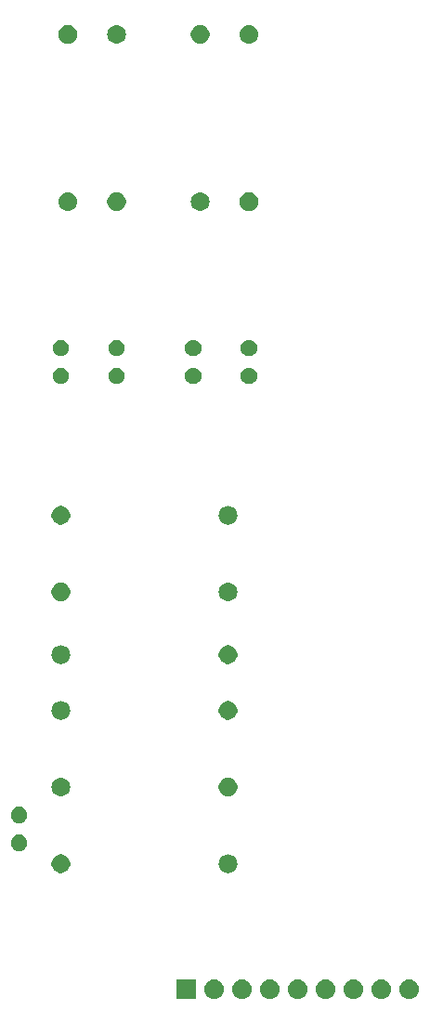
<source format=gbr>
G04 #@! TF.GenerationSoftware,KiCad,Pcbnew,5.1.4+dfsg1-1*
G04 #@! TF.CreationDate,2020-02-14T18:49:56+01:00*
G04 #@! TF.ProjectId,1_solar_bank,315f736f-6c61-4725-9f62-616e6b2e6b69,rev?*
G04 #@! TF.SameCoordinates,Original*
G04 #@! TF.FileFunction,Soldermask,Bot*
G04 #@! TF.FilePolarity,Negative*
%FSLAX46Y46*%
G04 Gerber Fmt 4.6, Leading zero omitted, Abs format (unit mm)*
G04 Created by KiCad (PCBNEW 5.1.4+dfsg1-1) date 2020-02-14 18:49:56*
%MOMM*%
%LPD*%
G04 APERTURE LIST*
%ADD10C,0.100000*%
G04 APERTURE END LIST*
D10*
G36*
X96630443Y-113405519D02*
G01*
X96696627Y-113412037D01*
X96866466Y-113463557D01*
X97022991Y-113547222D01*
X97058729Y-113576552D01*
X97160186Y-113659814D01*
X97243448Y-113761271D01*
X97272778Y-113797009D01*
X97356443Y-113953534D01*
X97407963Y-114123373D01*
X97425359Y-114300000D01*
X97407963Y-114476627D01*
X97356443Y-114646466D01*
X97272778Y-114802991D01*
X97243448Y-114838729D01*
X97160186Y-114940186D01*
X97058729Y-115023448D01*
X97022991Y-115052778D01*
X96866466Y-115136443D01*
X96696627Y-115187963D01*
X96630442Y-115194482D01*
X96564260Y-115201000D01*
X96475740Y-115201000D01*
X96409558Y-115194482D01*
X96343373Y-115187963D01*
X96173534Y-115136443D01*
X96017009Y-115052778D01*
X95981271Y-115023448D01*
X95879814Y-114940186D01*
X95796552Y-114838729D01*
X95767222Y-114802991D01*
X95683557Y-114646466D01*
X95632037Y-114476627D01*
X95614641Y-114300000D01*
X95632037Y-114123373D01*
X95683557Y-113953534D01*
X95767222Y-113797009D01*
X95796552Y-113761271D01*
X95879814Y-113659814D01*
X95981271Y-113576552D01*
X96017009Y-113547222D01*
X96173534Y-113463557D01*
X96343373Y-113412037D01*
X96409557Y-113405519D01*
X96475740Y-113399000D01*
X96564260Y-113399000D01*
X96630443Y-113405519D01*
X96630443Y-113405519D01*
G37*
G36*
X82181000Y-115201000D02*
G01*
X80379000Y-115201000D01*
X80379000Y-113399000D01*
X82181000Y-113399000D01*
X82181000Y-115201000D01*
X82181000Y-115201000D01*
G37*
G36*
X83930443Y-113405519D02*
G01*
X83996627Y-113412037D01*
X84166466Y-113463557D01*
X84322991Y-113547222D01*
X84358729Y-113576552D01*
X84460186Y-113659814D01*
X84543448Y-113761271D01*
X84572778Y-113797009D01*
X84656443Y-113953534D01*
X84707963Y-114123373D01*
X84725359Y-114300000D01*
X84707963Y-114476627D01*
X84656443Y-114646466D01*
X84572778Y-114802991D01*
X84543448Y-114838729D01*
X84460186Y-114940186D01*
X84358729Y-115023448D01*
X84322991Y-115052778D01*
X84166466Y-115136443D01*
X83996627Y-115187963D01*
X83930442Y-115194482D01*
X83864260Y-115201000D01*
X83775740Y-115201000D01*
X83709558Y-115194482D01*
X83643373Y-115187963D01*
X83473534Y-115136443D01*
X83317009Y-115052778D01*
X83281271Y-115023448D01*
X83179814Y-114940186D01*
X83096552Y-114838729D01*
X83067222Y-114802991D01*
X82983557Y-114646466D01*
X82932037Y-114476627D01*
X82914641Y-114300000D01*
X82932037Y-114123373D01*
X82983557Y-113953534D01*
X83067222Y-113797009D01*
X83096552Y-113761271D01*
X83179814Y-113659814D01*
X83281271Y-113576552D01*
X83317009Y-113547222D01*
X83473534Y-113463557D01*
X83643373Y-113412037D01*
X83709557Y-113405519D01*
X83775740Y-113399000D01*
X83864260Y-113399000D01*
X83930443Y-113405519D01*
X83930443Y-113405519D01*
G37*
G36*
X86470443Y-113405519D02*
G01*
X86536627Y-113412037D01*
X86706466Y-113463557D01*
X86862991Y-113547222D01*
X86898729Y-113576552D01*
X87000186Y-113659814D01*
X87083448Y-113761271D01*
X87112778Y-113797009D01*
X87196443Y-113953534D01*
X87247963Y-114123373D01*
X87265359Y-114300000D01*
X87247963Y-114476627D01*
X87196443Y-114646466D01*
X87112778Y-114802991D01*
X87083448Y-114838729D01*
X87000186Y-114940186D01*
X86898729Y-115023448D01*
X86862991Y-115052778D01*
X86706466Y-115136443D01*
X86536627Y-115187963D01*
X86470442Y-115194482D01*
X86404260Y-115201000D01*
X86315740Y-115201000D01*
X86249558Y-115194482D01*
X86183373Y-115187963D01*
X86013534Y-115136443D01*
X85857009Y-115052778D01*
X85821271Y-115023448D01*
X85719814Y-114940186D01*
X85636552Y-114838729D01*
X85607222Y-114802991D01*
X85523557Y-114646466D01*
X85472037Y-114476627D01*
X85454641Y-114300000D01*
X85472037Y-114123373D01*
X85523557Y-113953534D01*
X85607222Y-113797009D01*
X85636552Y-113761271D01*
X85719814Y-113659814D01*
X85821271Y-113576552D01*
X85857009Y-113547222D01*
X86013534Y-113463557D01*
X86183373Y-113412037D01*
X86249557Y-113405519D01*
X86315740Y-113399000D01*
X86404260Y-113399000D01*
X86470443Y-113405519D01*
X86470443Y-113405519D01*
G37*
G36*
X89010443Y-113405519D02*
G01*
X89076627Y-113412037D01*
X89246466Y-113463557D01*
X89402991Y-113547222D01*
X89438729Y-113576552D01*
X89540186Y-113659814D01*
X89623448Y-113761271D01*
X89652778Y-113797009D01*
X89736443Y-113953534D01*
X89787963Y-114123373D01*
X89805359Y-114300000D01*
X89787963Y-114476627D01*
X89736443Y-114646466D01*
X89652778Y-114802991D01*
X89623448Y-114838729D01*
X89540186Y-114940186D01*
X89438729Y-115023448D01*
X89402991Y-115052778D01*
X89246466Y-115136443D01*
X89076627Y-115187963D01*
X89010442Y-115194482D01*
X88944260Y-115201000D01*
X88855740Y-115201000D01*
X88789558Y-115194482D01*
X88723373Y-115187963D01*
X88553534Y-115136443D01*
X88397009Y-115052778D01*
X88361271Y-115023448D01*
X88259814Y-114940186D01*
X88176552Y-114838729D01*
X88147222Y-114802991D01*
X88063557Y-114646466D01*
X88012037Y-114476627D01*
X87994641Y-114300000D01*
X88012037Y-114123373D01*
X88063557Y-113953534D01*
X88147222Y-113797009D01*
X88176552Y-113761271D01*
X88259814Y-113659814D01*
X88361271Y-113576552D01*
X88397009Y-113547222D01*
X88553534Y-113463557D01*
X88723373Y-113412037D01*
X88789557Y-113405519D01*
X88855740Y-113399000D01*
X88944260Y-113399000D01*
X89010443Y-113405519D01*
X89010443Y-113405519D01*
G37*
G36*
X91550443Y-113405519D02*
G01*
X91616627Y-113412037D01*
X91786466Y-113463557D01*
X91942991Y-113547222D01*
X91978729Y-113576552D01*
X92080186Y-113659814D01*
X92163448Y-113761271D01*
X92192778Y-113797009D01*
X92276443Y-113953534D01*
X92327963Y-114123373D01*
X92345359Y-114300000D01*
X92327963Y-114476627D01*
X92276443Y-114646466D01*
X92192778Y-114802991D01*
X92163448Y-114838729D01*
X92080186Y-114940186D01*
X91978729Y-115023448D01*
X91942991Y-115052778D01*
X91786466Y-115136443D01*
X91616627Y-115187963D01*
X91550442Y-115194482D01*
X91484260Y-115201000D01*
X91395740Y-115201000D01*
X91329558Y-115194482D01*
X91263373Y-115187963D01*
X91093534Y-115136443D01*
X90937009Y-115052778D01*
X90901271Y-115023448D01*
X90799814Y-114940186D01*
X90716552Y-114838729D01*
X90687222Y-114802991D01*
X90603557Y-114646466D01*
X90552037Y-114476627D01*
X90534641Y-114300000D01*
X90552037Y-114123373D01*
X90603557Y-113953534D01*
X90687222Y-113797009D01*
X90716552Y-113761271D01*
X90799814Y-113659814D01*
X90901271Y-113576552D01*
X90937009Y-113547222D01*
X91093534Y-113463557D01*
X91263373Y-113412037D01*
X91329557Y-113405519D01*
X91395740Y-113399000D01*
X91484260Y-113399000D01*
X91550443Y-113405519D01*
X91550443Y-113405519D01*
G37*
G36*
X94090443Y-113405519D02*
G01*
X94156627Y-113412037D01*
X94326466Y-113463557D01*
X94482991Y-113547222D01*
X94518729Y-113576552D01*
X94620186Y-113659814D01*
X94703448Y-113761271D01*
X94732778Y-113797009D01*
X94816443Y-113953534D01*
X94867963Y-114123373D01*
X94885359Y-114300000D01*
X94867963Y-114476627D01*
X94816443Y-114646466D01*
X94732778Y-114802991D01*
X94703448Y-114838729D01*
X94620186Y-114940186D01*
X94518729Y-115023448D01*
X94482991Y-115052778D01*
X94326466Y-115136443D01*
X94156627Y-115187963D01*
X94090442Y-115194482D01*
X94024260Y-115201000D01*
X93935740Y-115201000D01*
X93869558Y-115194482D01*
X93803373Y-115187963D01*
X93633534Y-115136443D01*
X93477009Y-115052778D01*
X93441271Y-115023448D01*
X93339814Y-114940186D01*
X93256552Y-114838729D01*
X93227222Y-114802991D01*
X93143557Y-114646466D01*
X93092037Y-114476627D01*
X93074641Y-114300000D01*
X93092037Y-114123373D01*
X93143557Y-113953534D01*
X93227222Y-113797009D01*
X93256552Y-113761271D01*
X93339814Y-113659814D01*
X93441271Y-113576552D01*
X93477009Y-113547222D01*
X93633534Y-113463557D01*
X93803373Y-113412037D01*
X93869557Y-113405519D01*
X93935740Y-113399000D01*
X94024260Y-113399000D01*
X94090443Y-113405519D01*
X94090443Y-113405519D01*
G37*
G36*
X101710443Y-113405519D02*
G01*
X101776627Y-113412037D01*
X101946466Y-113463557D01*
X102102991Y-113547222D01*
X102138729Y-113576552D01*
X102240186Y-113659814D01*
X102323448Y-113761271D01*
X102352778Y-113797009D01*
X102436443Y-113953534D01*
X102487963Y-114123373D01*
X102505359Y-114300000D01*
X102487963Y-114476627D01*
X102436443Y-114646466D01*
X102352778Y-114802991D01*
X102323448Y-114838729D01*
X102240186Y-114940186D01*
X102138729Y-115023448D01*
X102102991Y-115052778D01*
X101946466Y-115136443D01*
X101776627Y-115187963D01*
X101710442Y-115194482D01*
X101644260Y-115201000D01*
X101555740Y-115201000D01*
X101489558Y-115194482D01*
X101423373Y-115187963D01*
X101253534Y-115136443D01*
X101097009Y-115052778D01*
X101061271Y-115023448D01*
X100959814Y-114940186D01*
X100876552Y-114838729D01*
X100847222Y-114802991D01*
X100763557Y-114646466D01*
X100712037Y-114476627D01*
X100694641Y-114300000D01*
X100712037Y-114123373D01*
X100763557Y-113953534D01*
X100847222Y-113797009D01*
X100876552Y-113761271D01*
X100959814Y-113659814D01*
X101061271Y-113576552D01*
X101097009Y-113547222D01*
X101253534Y-113463557D01*
X101423373Y-113412037D01*
X101489557Y-113405519D01*
X101555740Y-113399000D01*
X101644260Y-113399000D01*
X101710443Y-113405519D01*
X101710443Y-113405519D01*
G37*
G36*
X99170443Y-113405519D02*
G01*
X99236627Y-113412037D01*
X99406466Y-113463557D01*
X99562991Y-113547222D01*
X99598729Y-113576552D01*
X99700186Y-113659814D01*
X99783448Y-113761271D01*
X99812778Y-113797009D01*
X99896443Y-113953534D01*
X99947963Y-114123373D01*
X99965359Y-114300000D01*
X99947963Y-114476627D01*
X99896443Y-114646466D01*
X99812778Y-114802991D01*
X99783448Y-114838729D01*
X99700186Y-114940186D01*
X99598729Y-115023448D01*
X99562991Y-115052778D01*
X99406466Y-115136443D01*
X99236627Y-115187963D01*
X99170442Y-115194482D01*
X99104260Y-115201000D01*
X99015740Y-115201000D01*
X98949558Y-115194482D01*
X98883373Y-115187963D01*
X98713534Y-115136443D01*
X98557009Y-115052778D01*
X98521271Y-115023448D01*
X98419814Y-114940186D01*
X98336552Y-114838729D01*
X98307222Y-114802991D01*
X98223557Y-114646466D01*
X98172037Y-114476627D01*
X98154641Y-114300000D01*
X98172037Y-114123373D01*
X98223557Y-113953534D01*
X98307222Y-113797009D01*
X98336552Y-113761271D01*
X98419814Y-113659814D01*
X98521271Y-113576552D01*
X98557009Y-113547222D01*
X98713534Y-113463557D01*
X98883373Y-113412037D01*
X98949557Y-113405519D01*
X99015740Y-113399000D01*
X99104260Y-113399000D01*
X99170443Y-113405519D01*
X99170443Y-113405519D01*
G37*
G36*
X85256823Y-102031313D02*
G01*
X85417242Y-102079976D01*
X85484361Y-102115852D01*
X85565078Y-102158996D01*
X85694659Y-102265341D01*
X85801004Y-102394922D01*
X85801005Y-102394924D01*
X85880024Y-102542758D01*
X85928687Y-102703177D01*
X85945117Y-102870000D01*
X85928687Y-103036823D01*
X85880024Y-103197242D01*
X85839477Y-103273100D01*
X85801004Y-103345078D01*
X85694659Y-103474659D01*
X85565078Y-103581004D01*
X85565076Y-103581005D01*
X85417242Y-103660024D01*
X85256823Y-103708687D01*
X85131804Y-103721000D01*
X85048196Y-103721000D01*
X84923177Y-103708687D01*
X84762758Y-103660024D01*
X84614924Y-103581005D01*
X84614922Y-103581004D01*
X84485341Y-103474659D01*
X84378996Y-103345078D01*
X84340523Y-103273100D01*
X84299976Y-103197242D01*
X84251313Y-103036823D01*
X84234883Y-102870000D01*
X84251313Y-102703177D01*
X84299976Y-102542758D01*
X84378995Y-102394924D01*
X84378996Y-102394922D01*
X84485341Y-102265341D01*
X84614922Y-102158996D01*
X84695639Y-102115852D01*
X84762758Y-102079976D01*
X84923177Y-102031313D01*
X85048196Y-102019000D01*
X85131804Y-102019000D01*
X85256823Y-102031313D01*
X85256823Y-102031313D01*
G37*
G36*
X70098228Y-102051703D02*
G01*
X70253100Y-102115853D01*
X70392481Y-102208985D01*
X70511015Y-102327519D01*
X70604147Y-102466900D01*
X70668297Y-102621772D01*
X70701000Y-102786184D01*
X70701000Y-102953816D01*
X70668297Y-103118228D01*
X70604147Y-103273100D01*
X70511015Y-103412481D01*
X70392481Y-103531015D01*
X70253100Y-103624147D01*
X70098228Y-103688297D01*
X69933816Y-103721000D01*
X69766184Y-103721000D01*
X69601772Y-103688297D01*
X69446900Y-103624147D01*
X69307519Y-103531015D01*
X69188985Y-103412481D01*
X69095853Y-103273100D01*
X69031703Y-103118228D01*
X68999000Y-102953816D01*
X68999000Y-102786184D01*
X69031703Y-102621772D01*
X69095853Y-102466900D01*
X69188985Y-102327519D01*
X69307519Y-102208985D01*
X69446900Y-102115853D01*
X69601772Y-102051703D01*
X69766184Y-102019000D01*
X69933816Y-102019000D01*
X70098228Y-102051703D01*
X70098228Y-102051703D01*
G37*
G36*
X66259059Y-100242860D02*
G01*
X66395732Y-100299472D01*
X66518735Y-100381660D01*
X66623340Y-100486265D01*
X66705528Y-100609268D01*
X66762140Y-100745941D01*
X66791000Y-100891033D01*
X66791000Y-101038967D01*
X66762140Y-101184059D01*
X66705528Y-101320732D01*
X66623340Y-101443735D01*
X66518735Y-101548340D01*
X66395732Y-101630528D01*
X66395731Y-101630529D01*
X66395730Y-101630529D01*
X66259059Y-101687140D01*
X66113968Y-101716000D01*
X65966032Y-101716000D01*
X65820941Y-101687140D01*
X65684270Y-101630529D01*
X65684269Y-101630529D01*
X65684268Y-101630528D01*
X65561265Y-101548340D01*
X65456660Y-101443735D01*
X65374472Y-101320732D01*
X65317860Y-101184059D01*
X65289000Y-101038967D01*
X65289000Y-100891033D01*
X65317860Y-100745941D01*
X65374472Y-100609268D01*
X65456660Y-100486265D01*
X65561265Y-100381660D01*
X65684268Y-100299472D01*
X65820941Y-100242860D01*
X65966032Y-100214000D01*
X66113968Y-100214000D01*
X66259059Y-100242860D01*
X66259059Y-100242860D01*
G37*
G36*
X66259059Y-97702860D02*
G01*
X66395732Y-97759472D01*
X66518735Y-97841660D01*
X66623340Y-97946265D01*
X66705528Y-98069268D01*
X66762140Y-98205941D01*
X66791000Y-98351033D01*
X66791000Y-98498967D01*
X66762140Y-98644059D01*
X66705528Y-98780732D01*
X66623340Y-98903735D01*
X66518735Y-99008340D01*
X66395732Y-99090528D01*
X66395731Y-99090529D01*
X66395730Y-99090529D01*
X66259059Y-99147140D01*
X66113968Y-99176000D01*
X65966032Y-99176000D01*
X65820941Y-99147140D01*
X65684270Y-99090529D01*
X65684269Y-99090529D01*
X65684268Y-99090528D01*
X65561265Y-99008340D01*
X65456660Y-98903735D01*
X65374472Y-98780732D01*
X65317860Y-98644059D01*
X65289000Y-98498967D01*
X65289000Y-98351033D01*
X65317860Y-98205941D01*
X65374472Y-98069268D01*
X65456660Y-97946265D01*
X65561265Y-97841660D01*
X65684268Y-97759472D01*
X65820941Y-97702860D01*
X65966032Y-97674000D01*
X66113968Y-97674000D01*
X66259059Y-97702860D01*
X66259059Y-97702860D01*
G37*
G36*
X85338228Y-95066703D02*
G01*
X85493100Y-95130853D01*
X85632481Y-95223985D01*
X85751015Y-95342519D01*
X85844147Y-95481900D01*
X85908297Y-95636772D01*
X85941000Y-95801184D01*
X85941000Y-95968816D01*
X85908297Y-96133228D01*
X85844147Y-96288100D01*
X85751015Y-96427481D01*
X85632481Y-96546015D01*
X85493100Y-96639147D01*
X85338228Y-96703297D01*
X85173816Y-96736000D01*
X85006184Y-96736000D01*
X84841772Y-96703297D01*
X84686900Y-96639147D01*
X84547519Y-96546015D01*
X84428985Y-96427481D01*
X84335853Y-96288100D01*
X84271703Y-96133228D01*
X84239000Y-95968816D01*
X84239000Y-95801184D01*
X84271703Y-95636772D01*
X84335853Y-95481900D01*
X84428985Y-95342519D01*
X84547519Y-95223985D01*
X84686900Y-95130853D01*
X84841772Y-95066703D01*
X85006184Y-95034000D01*
X85173816Y-95034000D01*
X85338228Y-95066703D01*
X85338228Y-95066703D01*
G37*
G36*
X70016823Y-95046313D02*
G01*
X70177242Y-95094976D01*
X70244361Y-95130852D01*
X70325078Y-95173996D01*
X70454659Y-95280341D01*
X70561004Y-95409922D01*
X70561005Y-95409924D01*
X70640024Y-95557758D01*
X70688687Y-95718177D01*
X70705117Y-95885000D01*
X70688687Y-96051823D01*
X70640024Y-96212242D01*
X70599477Y-96288100D01*
X70561004Y-96360078D01*
X70454659Y-96489659D01*
X70325078Y-96596004D01*
X70325076Y-96596005D01*
X70177242Y-96675024D01*
X70016823Y-96723687D01*
X69891804Y-96736000D01*
X69808196Y-96736000D01*
X69683177Y-96723687D01*
X69522758Y-96675024D01*
X69374924Y-96596005D01*
X69374922Y-96596004D01*
X69245341Y-96489659D01*
X69138996Y-96360078D01*
X69100523Y-96288100D01*
X69059976Y-96212242D01*
X69011313Y-96051823D01*
X68994883Y-95885000D01*
X69011313Y-95718177D01*
X69059976Y-95557758D01*
X69138995Y-95409924D01*
X69138996Y-95409922D01*
X69245341Y-95280341D01*
X69374922Y-95173996D01*
X69455639Y-95130852D01*
X69522758Y-95094976D01*
X69683177Y-95046313D01*
X69808196Y-95034000D01*
X69891804Y-95034000D01*
X70016823Y-95046313D01*
X70016823Y-95046313D01*
G37*
G36*
X70016823Y-88061313D02*
G01*
X70177242Y-88109976D01*
X70244361Y-88145852D01*
X70325078Y-88188996D01*
X70454659Y-88295341D01*
X70561004Y-88424922D01*
X70561005Y-88424924D01*
X70640024Y-88572758D01*
X70688687Y-88733177D01*
X70705117Y-88900000D01*
X70688687Y-89066823D01*
X70640024Y-89227242D01*
X70599477Y-89303100D01*
X70561004Y-89375078D01*
X70454659Y-89504659D01*
X70325078Y-89611004D01*
X70325076Y-89611005D01*
X70177242Y-89690024D01*
X70016823Y-89738687D01*
X69891804Y-89751000D01*
X69808196Y-89751000D01*
X69683177Y-89738687D01*
X69522758Y-89690024D01*
X69374924Y-89611005D01*
X69374922Y-89611004D01*
X69245341Y-89504659D01*
X69138996Y-89375078D01*
X69100523Y-89303100D01*
X69059976Y-89227242D01*
X69011313Y-89066823D01*
X68994883Y-88900000D01*
X69011313Y-88733177D01*
X69059976Y-88572758D01*
X69138995Y-88424924D01*
X69138996Y-88424922D01*
X69245341Y-88295341D01*
X69374922Y-88188996D01*
X69455639Y-88145852D01*
X69522758Y-88109976D01*
X69683177Y-88061313D01*
X69808196Y-88049000D01*
X69891804Y-88049000D01*
X70016823Y-88061313D01*
X70016823Y-88061313D01*
G37*
G36*
X85338228Y-88081703D02*
G01*
X85493100Y-88145853D01*
X85632481Y-88238985D01*
X85751015Y-88357519D01*
X85844147Y-88496900D01*
X85908297Y-88651772D01*
X85941000Y-88816184D01*
X85941000Y-88983816D01*
X85908297Y-89148228D01*
X85844147Y-89303100D01*
X85751015Y-89442481D01*
X85632481Y-89561015D01*
X85493100Y-89654147D01*
X85338228Y-89718297D01*
X85173816Y-89751000D01*
X85006184Y-89751000D01*
X84841772Y-89718297D01*
X84686900Y-89654147D01*
X84547519Y-89561015D01*
X84428985Y-89442481D01*
X84335853Y-89303100D01*
X84271703Y-89148228D01*
X84239000Y-88983816D01*
X84239000Y-88816184D01*
X84271703Y-88651772D01*
X84335853Y-88496900D01*
X84428985Y-88357519D01*
X84547519Y-88238985D01*
X84686900Y-88145853D01*
X84841772Y-88081703D01*
X85006184Y-88049000D01*
X85173816Y-88049000D01*
X85338228Y-88081703D01*
X85338228Y-88081703D01*
G37*
G36*
X70016823Y-82981313D02*
G01*
X70177242Y-83029976D01*
X70244361Y-83065852D01*
X70325078Y-83108996D01*
X70454659Y-83215341D01*
X70561004Y-83344922D01*
X70561005Y-83344924D01*
X70640024Y-83492758D01*
X70688687Y-83653177D01*
X70705117Y-83820000D01*
X70688687Y-83986823D01*
X70640024Y-84147242D01*
X70599477Y-84223100D01*
X70561004Y-84295078D01*
X70454659Y-84424659D01*
X70325078Y-84531004D01*
X70325076Y-84531005D01*
X70177242Y-84610024D01*
X70016823Y-84658687D01*
X69891804Y-84671000D01*
X69808196Y-84671000D01*
X69683177Y-84658687D01*
X69522758Y-84610024D01*
X69374924Y-84531005D01*
X69374922Y-84531004D01*
X69245341Y-84424659D01*
X69138996Y-84295078D01*
X69100523Y-84223100D01*
X69059976Y-84147242D01*
X69011313Y-83986823D01*
X68994883Y-83820000D01*
X69011313Y-83653177D01*
X69059976Y-83492758D01*
X69138995Y-83344924D01*
X69138996Y-83344922D01*
X69245341Y-83215341D01*
X69374922Y-83108996D01*
X69455639Y-83065852D01*
X69522758Y-83029976D01*
X69683177Y-82981313D01*
X69808196Y-82969000D01*
X69891804Y-82969000D01*
X70016823Y-82981313D01*
X70016823Y-82981313D01*
G37*
G36*
X85338228Y-83001703D02*
G01*
X85493100Y-83065853D01*
X85632481Y-83158985D01*
X85751015Y-83277519D01*
X85844147Y-83416900D01*
X85908297Y-83571772D01*
X85941000Y-83736184D01*
X85941000Y-83903816D01*
X85908297Y-84068228D01*
X85844147Y-84223100D01*
X85751015Y-84362481D01*
X85632481Y-84481015D01*
X85493100Y-84574147D01*
X85338228Y-84638297D01*
X85173816Y-84671000D01*
X85006184Y-84671000D01*
X84841772Y-84638297D01*
X84686900Y-84574147D01*
X84547519Y-84481015D01*
X84428985Y-84362481D01*
X84335853Y-84223100D01*
X84271703Y-84068228D01*
X84239000Y-83903816D01*
X84239000Y-83736184D01*
X84271703Y-83571772D01*
X84335853Y-83416900D01*
X84428985Y-83277519D01*
X84547519Y-83158985D01*
X84686900Y-83065853D01*
X84841772Y-83001703D01*
X85006184Y-82969000D01*
X85173816Y-82969000D01*
X85338228Y-83001703D01*
X85338228Y-83001703D01*
G37*
G36*
X85256823Y-77266313D02*
G01*
X85417242Y-77314976D01*
X85484361Y-77350852D01*
X85565078Y-77393996D01*
X85694659Y-77500341D01*
X85801004Y-77629922D01*
X85801005Y-77629924D01*
X85880024Y-77777758D01*
X85928687Y-77938177D01*
X85945117Y-78105000D01*
X85928687Y-78271823D01*
X85880024Y-78432242D01*
X85839477Y-78508100D01*
X85801004Y-78580078D01*
X85694659Y-78709659D01*
X85565078Y-78816004D01*
X85565076Y-78816005D01*
X85417242Y-78895024D01*
X85256823Y-78943687D01*
X85131804Y-78956000D01*
X85048196Y-78956000D01*
X84923177Y-78943687D01*
X84762758Y-78895024D01*
X84614924Y-78816005D01*
X84614922Y-78816004D01*
X84485341Y-78709659D01*
X84378996Y-78580078D01*
X84340523Y-78508100D01*
X84299976Y-78432242D01*
X84251313Y-78271823D01*
X84234883Y-78105000D01*
X84251313Y-77938177D01*
X84299976Y-77777758D01*
X84378995Y-77629924D01*
X84378996Y-77629922D01*
X84485341Y-77500341D01*
X84614922Y-77393996D01*
X84695639Y-77350852D01*
X84762758Y-77314976D01*
X84923177Y-77266313D01*
X85048196Y-77254000D01*
X85131804Y-77254000D01*
X85256823Y-77266313D01*
X85256823Y-77266313D01*
G37*
G36*
X70098228Y-77286703D02*
G01*
X70253100Y-77350853D01*
X70392481Y-77443985D01*
X70511015Y-77562519D01*
X70604147Y-77701900D01*
X70668297Y-77856772D01*
X70701000Y-78021184D01*
X70701000Y-78188816D01*
X70668297Y-78353228D01*
X70604147Y-78508100D01*
X70511015Y-78647481D01*
X70392481Y-78766015D01*
X70253100Y-78859147D01*
X70098228Y-78923297D01*
X69933816Y-78956000D01*
X69766184Y-78956000D01*
X69601772Y-78923297D01*
X69446900Y-78859147D01*
X69307519Y-78766015D01*
X69188985Y-78647481D01*
X69095853Y-78508100D01*
X69031703Y-78353228D01*
X68999000Y-78188816D01*
X68999000Y-78021184D01*
X69031703Y-77856772D01*
X69095853Y-77701900D01*
X69188985Y-77562519D01*
X69307519Y-77443985D01*
X69446900Y-77350853D01*
X69601772Y-77286703D01*
X69766184Y-77254000D01*
X69933816Y-77254000D01*
X70098228Y-77286703D01*
X70098228Y-77286703D01*
G37*
G36*
X85256823Y-70281313D02*
G01*
X85417242Y-70329976D01*
X85484361Y-70365852D01*
X85565078Y-70408996D01*
X85694659Y-70515341D01*
X85801004Y-70644922D01*
X85801005Y-70644924D01*
X85880024Y-70792758D01*
X85928687Y-70953177D01*
X85945117Y-71120000D01*
X85928687Y-71286823D01*
X85880024Y-71447242D01*
X85839477Y-71523100D01*
X85801004Y-71595078D01*
X85694659Y-71724659D01*
X85565078Y-71831004D01*
X85565076Y-71831005D01*
X85417242Y-71910024D01*
X85256823Y-71958687D01*
X85131804Y-71971000D01*
X85048196Y-71971000D01*
X84923177Y-71958687D01*
X84762758Y-71910024D01*
X84614924Y-71831005D01*
X84614922Y-71831004D01*
X84485341Y-71724659D01*
X84378996Y-71595078D01*
X84340523Y-71523100D01*
X84299976Y-71447242D01*
X84251313Y-71286823D01*
X84234883Y-71120000D01*
X84251313Y-70953177D01*
X84299976Y-70792758D01*
X84378995Y-70644924D01*
X84378996Y-70644922D01*
X84485341Y-70515341D01*
X84614922Y-70408996D01*
X84695639Y-70365852D01*
X84762758Y-70329976D01*
X84923177Y-70281313D01*
X85048196Y-70269000D01*
X85131804Y-70269000D01*
X85256823Y-70281313D01*
X85256823Y-70281313D01*
G37*
G36*
X70098228Y-70301703D02*
G01*
X70253100Y-70365853D01*
X70392481Y-70458985D01*
X70511015Y-70577519D01*
X70604147Y-70716900D01*
X70668297Y-70871772D01*
X70701000Y-71036184D01*
X70701000Y-71203816D01*
X70668297Y-71368228D01*
X70604147Y-71523100D01*
X70511015Y-71662481D01*
X70392481Y-71781015D01*
X70253100Y-71874147D01*
X70098228Y-71938297D01*
X69933816Y-71971000D01*
X69766184Y-71971000D01*
X69601772Y-71938297D01*
X69446900Y-71874147D01*
X69307519Y-71781015D01*
X69188985Y-71662481D01*
X69095853Y-71523100D01*
X69031703Y-71368228D01*
X68999000Y-71203816D01*
X68999000Y-71036184D01*
X69031703Y-70871772D01*
X69095853Y-70716900D01*
X69188985Y-70577519D01*
X69307519Y-70458985D01*
X69446900Y-70365853D01*
X69601772Y-70301703D01*
X69766184Y-70269000D01*
X69933816Y-70269000D01*
X70098228Y-70301703D01*
X70098228Y-70301703D01*
G37*
G36*
X75149059Y-57697860D02*
G01*
X75285732Y-57754472D01*
X75408735Y-57836660D01*
X75513340Y-57941265D01*
X75595528Y-58064268D01*
X75652140Y-58200941D01*
X75681000Y-58346033D01*
X75681000Y-58493967D01*
X75652140Y-58639059D01*
X75595528Y-58775732D01*
X75513340Y-58898735D01*
X75408735Y-59003340D01*
X75285732Y-59085528D01*
X75285731Y-59085529D01*
X75285730Y-59085529D01*
X75149059Y-59142140D01*
X75003968Y-59171000D01*
X74856032Y-59171000D01*
X74710941Y-59142140D01*
X74574270Y-59085529D01*
X74574269Y-59085529D01*
X74574268Y-59085528D01*
X74451265Y-59003340D01*
X74346660Y-58898735D01*
X74264472Y-58775732D01*
X74207860Y-58639059D01*
X74179000Y-58493967D01*
X74179000Y-58346033D01*
X74207860Y-58200941D01*
X74264472Y-58064268D01*
X74346660Y-57941265D01*
X74451265Y-57836660D01*
X74574268Y-57754472D01*
X74710941Y-57697860D01*
X74856032Y-57669000D01*
X75003968Y-57669000D01*
X75149059Y-57697860D01*
X75149059Y-57697860D01*
G37*
G36*
X87214059Y-57697860D02*
G01*
X87350732Y-57754472D01*
X87473735Y-57836660D01*
X87578340Y-57941265D01*
X87660528Y-58064268D01*
X87717140Y-58200941D01*
X87746000Y-58346033D01*
X87746000Y-58493967D01*
X87717140Y-58639059D01*
X87660528Y-58775732D01*
X87578340Y-58898735D01*
X87473735Y-59003340D01*
X87350732Y-59085528D01*
X87350731Y-59085529D01*
X87350730Y-59085529D01*
X87214059Y-59142140D01*
X87068968Y-59171000D01*
X86921032Y-59171000D01*
X86775941Y-59142140D01*
X86639270Y-59085529D01*
X86639269Y-59085529D01*
X86639268Y-59085528D01*
X86516265Y-59003340D01*
X86411660Y-58898735D01*
X86329472Y-58775732D01*
X86272860Y-58639059D01*
X86244000Y-58493967D01*
X86244000Y-58346033D01*
X86272860Y-58200941D01*
X86329472Y-58064268D01*
X86411660Y-57941265D01*
X86516265Y-57836660D01*
X86639268Y-57754472D01*
X86775941Y-57697860D01*
X86921032Y-57669000D01*
X87068968Y-57669000D01*
X87214059Y-57697860D01*
X87214059Y-57697860D01*
G37*
G36*
X82134059Y-57697860D02*
G01*
X82270732Y-57754472D01*
X82393735Y-57836660D01*
X82498340Y-57941265D01*
X82580528Y-58064268D01*
X82637140Y-58200941D01*
X82666000Y-58346033D01*
X82666000Y-58493967D01*
X82637140Y-58639059D01*
X82580528Y-58775732D01*
X82498340Y-58898735D01*
X82393735Y-59003340D01*
X82270732Y-59085528D01*
X82270731Y-59085529D01*
X82270730Y-59085529D01*
X82134059Y-59142140D01*
X81988968Y-59171000D01*
X81841032Y-59171000D01*
X81695941Y-59142140D01*
X81559270Y-59085529D01*
X81559269Y-59085529D01*
X81559268Y-59085528D01*
X81436265Y-59003340D01*
X81331660Y-58898735D01*
X81249472Y-58775732D01*
X81192860Y-58639059D01*
X81164000Y-58493967D01*
X81164000Y-58346033D01*
X81192860Y-58200941D01*
X81249472Y-58064268D01*
X81331660Y-57941265D01*
X81436265Y-57836660D01*
X81559268Y-57754472D01*
X81695941Y-57697860D01*
X81841032Y-57669000D01*
X81988968Y-57669000D01*
X82134059Y-57697860D01*
X82134059Y-57697860D01*
G37*
G36*
X70069059Y-57697860D02*
G01*
X70205732Y-57754472D01*
X70328735Y-57836660D01*
X70433340Y-57941265D01*
X70515528Y-58064268D01*
X70572140Y-58200941D01*
X70601000Y-58346033D01*
X70601000Y-58493967D01*
X70572140Y-58639059D01*
X70515528Y-58775732D01*
X70433340Y-58898735D01*
X70328735Y-59003340D01*
X70205732Y-59085528D01*
X70205731Y-59085529D01*
X70205730Y-59085529D01*
X70069059Y-59142140D01*
X69923968Y-59171000D01*
X69776032Y-59171000D01*
X69630941Y-59142140D01*
X69494270Y-59085529D01*
X69494269Y-59085529D01*
X69494268Y-59085528D01*
X69371265Y-59003340D01*
X69266660Y-58898735D01*
X69184472Y-58775732D01*
X69127860Y-58639059D01*
X69099000Y-58493967D01*
X69099000Y-58346033D01*
X69127860Y-58200941D01*
X69184472Y-58064268D01*
X69266660Y-57941265D01*
X69371265Y-57836660D01*
X69494268Y-57754472D01*
X69630941Y-57697860D01*
X69776032Y-57669000D01*
X69923968Y-57669000D01*
X70069059Y-57697860D01*
X70069059Y-57697860D01*
G37*
G36*
X70069059Y-55157860D02*
G01*
X70205732Y-55214472D01*
X70328735Y-55296660D01*
X70433340Y-55401265D01*
X70515528Y-55524268D01*
X70572140Y-55660941D01*
X70601000Y-55806033D01*
X70601000Y-55953967D01*
X70572140Y-56099059D01*
X70515528Y-56235732D01*
X70433340Y-56358735D01*
X70328735Y-56463340D01*
X70205732Y-56545528D01*
X70205731Y-56545529D01*
X70205730Y-56545529D01*
X70069059Y-56602140D01*
X69923968Y-56631000D01*
X69776032Y-56631000D01*
X69630941Y-56602140D01*
X69494270Y-56545529D01*
X69494269Y-56545529D01*
X69494268Y-56545528D01*
X69371265Y-56463340D01*
X69266660Y-56358735D01*
X69184472Y-56235732D01*
X69127860Y-56099059D01*
X69099000Y-55953967D01*
X69099000Y-55806033D01*
X69127860Y-55660941D01*
X69184472Y-55524268D01*
X69266660Y-55401265D01*
X69371265Y-55296660D01*
X69494268Y-55214472D01*
X69630941Y-55157860D01*
X69776032Y-55129000D01*
X69923968Y-55129000D01*
X70069059Y-55157860D01*
X70069059Y-55157860D01*
G37*
G36*
X75149059Y-55157860D02*
G01*
X75285732Y-55214472D01*
X75408735Y-55296660D01*
X75513340Y-55401265D01*
X75595528Y-55524268D01*
X75652140Y-55660941D01*
X75681000Y-55806033D01*
X75681000Y-55953967D01*
X75652140Y-56099059D01*
X75595528Y-56235732D01*
X75513340Y-56358735D01*
X75408735Y-56463340D01*
X75285732Y-56545528D01*
X75285731Y-56545529D01*
X75285730Y-56545529D01*
X75149059Y-56602140D01*
X75003968Y-56631000D01*
X74856032Y-56631000D01*
X74710941Y-56602140D01*
X74574270Y-56545529D01*
X74574269Y-56545529D01*
X74574268Y-56545528D01*
X74451265Y-56463340D01*
X74346660Y-56358735D01*
X74264472Y-56235732D01*
X74207860Y-56099059D01*
X74179000Y-55953967D01*
X74179000Y-55806033D01*
X74207860Y-55660941D01*
X74264472Y-55524268D01*
X74346660Y-55401265D01*
X74451265Y-55296660D01*
X74574268Y-55214472D01*
X74710941Y-55157860D01*
X74856032Y-55129000D01*
X75003968Y-55129000D01*
X75149059Y-55157860D01*
X75149059Y-55157860D01*
G37*
G36*
X82134059Y-55157860D02*
G01*
X82270732Y-55214472D01*
X82393735Y-55296660D01*
X82498340Y-55401265D01*
X82580528Y-55524268D01*
X82637140Y-55660941D01*
X82666000Y-55806033D01*
X82666000Y-55953967D01*
X82637140Y-56099059D01*
X82580528Y-56235732D01*
X82498340Y-56358735D01*
X82393735Y-56463340D01*
X82270732Y-56545528D01*
X82270731Y-56545529D01*
X82270730Y-56545529D01*
X82134059Y-56602140D01*
X81988968Y-56631000D01*
X81841032Y-56631000D01*
X81695941Y-56602140D01*
X81559270Y-56545529D01*
X81559269Y-56545529D01*
X81559268Y-56545528D01*
X81436265Y-56463340D01*
X81331660Y-56358735D01*
X81249472Y-56235732D01*
X81192860Y-56099059D01*
X81164000Y-55953967D01*
X81164000Y-55806033D01*
X81192860Y-55660941D01*
X81249472Y-55524268D01*
X81331660Y-55401265D01*
X81436265Y-55296660D01*
X81559268Y-55214472D01*
X81695941Y-55157860D01*
X81841032Y-55129000D01*
X81988968Y-55129000D01*
X82134059Y-55157860D01*
X82134059Y-55157860D01*
G37*
G36*
X87214059Y-55157860D02*
G01*
X87350732Y-55214472D01*
X87473735Y-55296660D01*
X87578340Y-55401265D01*
X87660528Y-55524268D01*
X87717140Y-55660941D01*
X87746000Y-55806033D01*
X87746000Y-55953967D01*
X87717140Y-56099059D01*
X87660528Y-56235732D01*
X87578340Y-56358735D01*
X87473735Y-56463340D01*
X87350732Y-56545528D01*
X87350731Y-56545529D01*
X87350730Y-56545529D01*
X87214059Y-56602140D01*
X87068968Y-56631000D01*
X86921032Y-56631000D01*
X86775941Y-56602140D01*
X86639270Y-56545529D01*
X86639269Y-56545529D01*
X86639268Y-56545528D01*
X86516265Y-56463340D01*
X86411660Y-56358735D01*
X86329472Y-56235732D01*
X86272860Y-56099059D01*
X86244000Y-55953967D01*
X86244000Y-55806033D01*
X86272860Y-55660941D01*
X86329472Y-55524268D01*
X86411660Y-55401265D01*
X86516265Y-55296660D01*
X86639268Y-55214472D01*
X86775941Y-55157860D01*
X86921032Y-55129000D01*
X87068968Y-55129000D01*
X87214059Y-55157860D01*
X87214059Y-55157860D01*
G37*
G36*
X70651823Y-41706313D02*
G01*
X70812242Y-41754976D01*
X70879361Y-41790852D01*
X70960078Y-41833996D01*
X71089659Y-41940341D01*
X71196004Y-42069922D01*
X71196005Y-42069924D01*
X71275024Y-42217758D01*
X71323687Y-42378177D01*
X71340117Y-42545000D01*
X71323687Y-42711823D01*
X71275024Y-42872242D01*
X71234477Y-42948100D01*
X71196004Y-43020078D01*
X71089659Y-43149659D01*
X70960078Y-43256004D01*
X70960076Y-43256005D01*
X70812242Y-43335024D01*
X70651823Y-43383687D01*
X70526804Y-43396000D01*
X70443196Y-43396000D01*
X70318177Y-43383687D01*
X70157758Y-43335024D01*
X70009924Y-43256005D01*
X70009922Y-43256004D01*
X69880341Y-43149659D01*
X69773996Y-43020078D01*
X69735523Y-42948100D01*
X69694976Y-42872242D01*
X69646313Y-42711823D01*
X69629883Y-42545000D01*
X69646313Y-42378177D01*
X69694976Y-42217758D01*
X69773995Y-42069924D01*
X69773996Y-42069922D01*
X69880341Y-41940341D01*
X70009922Y-41833996D01*
X70090639Y-41790852D01*
X70157758Y-41754976D01*
X70318177Y-41706313D01*
X70443196Y-41694000D01*
X70526804Y-41694000D01*
X70651823Y-41706313D01*
X70651823Y-41706313D01*
G37*
G36*
X82716823Y-41706313D02*
G01*
X82877242Y-41754976D01*
X82944361Y-41790852D01*
X83025078Y-41833996D01*
X83154659Y-41940341D01*
X83261004Y-42069922D01*
X83261005Y-42069924D01*
X83340024Y-42217758D01*
X83388687Y-42378177D01*
X83405117Y-42545000D01*
X83388687Y-42711823D01*
X83340024Y-42872242D01*
X83299477Y-42948100D01*
X83261004Y-43020078D01*
X83154659Y-43149659D01*
X83025078Y-43256004D01*
X83025076Y-43256005D01*
X82877242Y-43335024D01*
X82716823Y-43383687D01*
X82591804Y-43396000D01*
X82508196Y-43396000D01*
X82383177Y-43383687D01*
X82222758Y-43335024D01*
X82074924Y-43256005D01*
X82074922Y-43256004D01*
X81945341Y-43149659D01*
X81838996Y-43020078D01*
X81800523Y-42948100D01*
X81759976Y-42872242D01*
X81711313Y-42711823D01*
X81694883Y-42545000D01*
X81711313Y-42378177D01*
X81759976Y-42217758D01*
X81838995Y-42069924D01*
X81838996Y-42069922D01*
X81945341Y-41940341D01*
X82074922Y-41833996D01*
X82155639Y-41790852D01*
X82222758Y-41754976D01*
X82383177Y-41706313D01*
X82508196Y-41694000D01*
X82591804Y-41694000D01*
X82716823Y-41706313D01*
X82716823Y-41706313D01*
G37*
G36*
X87243228Y-41726703D02*
G01*
X87398100Y-41790853D01*
X87537481Y-41883985D01*
X87656015Y-42002519D01*
X87749147Y-42141900D01*
X87813297Y-42296772D01*
X87846000Y-42461184D01*
X87846000Y-42628816D01*
X87813297Y-42793228D01*
X87749147Y-42948100D01*
X87656015Y-43087481D01*
X87537481Y-43206015D01*
X87398100Y-43299147D01*
X87243228Y-43363297D01*
X87078816Y-43396000D01*
X86911184Y-43396000D01*
X86746772Y-43363297D01*
X86591900Y-43299147D01*
X86452519Y-43206015D01*
X86333985Y-43087481D01*
X86240853Y-42948100D01*
X86176703Y-42793228D01*
X86144000Y-42628816D01*
X86144000Y-42461184D01*
X86176703Y-42296772D01*
X86240853Y-42141900D01*
X86333985Y-42002519D01*
X86452519Y-41883985D01*
X86591900Y-41790853D01*
X86746772Y-41726703D01*
X86911184Y-41694000D01*
X87078816Y-41694000D01*
X87243228Y-41726703D01*
X87243228Y-41726703D01*
G37*
G36*
X75178228Y-41726703D02*
G01*
X75333100Y-41790853D01*
X75472481Y-41883985D01*
X75591015Y-42002519D01*
X75684147Y-42141900D01*
X75748297Y-42296772D01*
X75781000Y-42461184D01*
X75781000Y-42628816D01*
X75748297Y-42793228D01*
X75684147Y-42948100D01*
X75591015Y-43087481D01*
X75472481Y-43206015D01*
X75333100Y-43299147D01*
X75178228Y-43363297D01*
X75013816Y-43396000D01*
X74846184Y-43396000D01*
X74681772Y-43363297D01*
X74526900Y-43299147D01*
X74387519Y-43206015D01*
X74268985Y-43087481D01*
X74175853Y-42948100D01*
X74111703Y-42793228D01*
X74079000Y-42628816D01*
X74079000Y-42461184D01*
X74111703Y-42296772D01*
X74175853Y-42141900D01*
X74268985Y-42002519D01*
X74387519Y-41883985D01*
X74526900Y-41790853D01*
X74681772Y-41726703D01*
X74846184Y-41694000D01*
X75013816Y-41694000D01*
X75178228Y-41726703D01*
X75178228Y-41726703D01*
G37*
G36*
X82798228Y-26486703D02*
G01*
X82953100Y-26550853D01*
X83092481Y-26643985D01*
X83211015Y-26762519D01*
X83304147Y-26901900D01*
X83368297Y-27056772D01*
X83401000Y-27221184D01*
X83401000Y-27388816D01*
X83368297Y-27553228D01*
X83304147Y-27708100D01*
X83211015Y-27847481D01*
X83092481Y-27966015D01*
X82953100Y-28059147D01*
X82798228Y-28123297D01*
X82633816Y-28156000D01*
X82466184Y-28156000D01*
X82301772Y-28123297D01*
X82146900Y-28059147D01*
X82007519Y-27966015D01*
X81888985Y-27847481D01*
X81795853Y-27708100D01*
X81731703Y-27553228D01*
X81699000Y-27388816D01*
X81699000Y-27221184D01*
X81731703Y-27056772D01*
X81795853Y-26901900D01*
X81888985Y-26762519D01*
X82007519Y-26643985D01*
X82146900Y-26550853D01*
X82301772Y-26486703D01*
X82466184Y-26454000D01*
X82633816Y-26454000D01*
X82798228Y-26486703D01*
X82798228Y-26486703D01*
G37*
G36*
X75096823Y-26466313D02*
G01*
X75257242Y-26514976D01*
X75324361Y-26550852D01*
X75405078Y-26593996D01*
X75534659Y-26700341D01*
X75641004Y-26829922D01*
X75641005Y-26829924D01*
X75720024Y-26977758D01*
X75768687Y-27138177D01*
X75785117Y-27305000D01*
X75768687Y-27471823D01*
X75720024Y-27632242D01*
X75679477Y-27708100D01*
X75641004Y-27780078D01*
X75534659Y-27909659D01*
X75405078Y-28016004D01*
X75405076Y-28016005D01*
X75257242Y-28095024D01*
X75096823Y-28143687D01*
X74971804Y-28156000D01*
X74888196Y-28156000D01*
X74763177Y-28143687D01*
X74602758Y-28095024D01*
X74454924Y-28016005D01*
X74454922Y-28016004D01*
X74325341Y-27909659D01*
X74218996Y-27780078D01*
X74180523Y-27708100D01*
X74139976Y-27632242D01*
X74091313Y-27471823D01*
X74074883Y-27305000D01*
X74091313Y-27138177D01*
X74139976Y-26977758D01*
X74218995Y-26829924D01*
X74218996Y-26829922D01*
X74325341Y-26700341D01*
X74454922Y-26593996D01*
X74535639Y-26550852D01*
X74602758Y-26514976D01*
X74763177Y-26466313D01*
X74888196Y-26454000D01*
X74971804Y-26454000D01*
X75096823Y-26466313D01*
X75096823Y-26466313D01*
G37*
G36*
X70733228Y-26486703D02*
G01*
X70888100Y-26550853D01*
X71027481Y-26643985D01*
X71146015Y-26762519D01*
X71239147Y-26901900D01*
X71303297Y-27056772D01*
X71336000Y-27221184D01*
X71336000Y-27388816D01*
X71303297Y-27553228D01*
X71239147Y-27708100D01*
X71146015Y-27847481D01*
X71027481Y-27966015D01*
X70888100Y-28059147D01*
X70733228Y-28123297D01*
X70568816Y-28156000D01*
X70401184Y-28156000D01*
X70236772Y-28123297D01*
X70081900Y-28059147D01*
X69942519Y-27966015D01*
X69823985Y-27847481D01*
X69730853Y-27708100D01*
X69666703Y-27553228D01*
X69634000Y-27388816D01*
X69634000Y-27221184D01*
X69666703Y-27056772D01*
X69730853Y-26901900D01*
X69823985Y-26762519D01*
X69942519Y-26643985D01*
X70081900Y-26550853D01*
X70236772Y-26486703D01*
X70401184Y-26454000D01*
X70568816Y-26454000D01*
X70733228Y-26486703D01*
X70733228Y-26486703D01*
G37*
G36*
X87161823Y-26466313D02*
G01*
X87322242Y-26514976D01*
X87389361Y-26550852D01*
X87470078Y-26593996D01*
X87599659Y-26700341D01*
X87706004Y-26829922D01*
X87706005Y-26829924D01*
X87785024Y-26977758D01*
X87833687Y-27138177D01*
X87850117Y-27305000D01*
X87833687Y-27471823D01*
X87785024Y-27632242D01*
X87744477Y-27708100D01*
X87706004Y-27780078D01*
X87599659Y-27909659D01*
X87470078Y-28016004D01*
X87470076Y-28016005D01*
X87322242Y-28095024D01*
X87161823Y-28143687D01*
X87036804Y-28156000D01*
X86953196Y-28156000D01*
X86828177Y-28143687D01*
X86667758Y-28095024D01*
X86519924Y-28016005D01*
X86519922Y-28016004D01*
X86390341Y-27909659D01*
X86283996Y-27780078D01*
X86245523Y-27708100D01*
X86204976Y-27632242D01*
X86156313Y-27471823D01*
X86139883Y-27305000D01*
X86156313Y-27138177D01*
X86204976Y-26977758D01*
X86283995Y-26829924D01*
X86283996Y-26829922D01*
X86390341Y-26700341D01*
X86519922Y-26593996D01*
X86600639Y-26550852D01*
X86667758Y-26514976D01*
X86828177Y-26466313D01*
X86953196Y-26454000D01*
X87036804Y-26454000D01*
X87161823Y-26466313D01*
X87161823Y-26466313D01*
G37*
M02*

</source>
